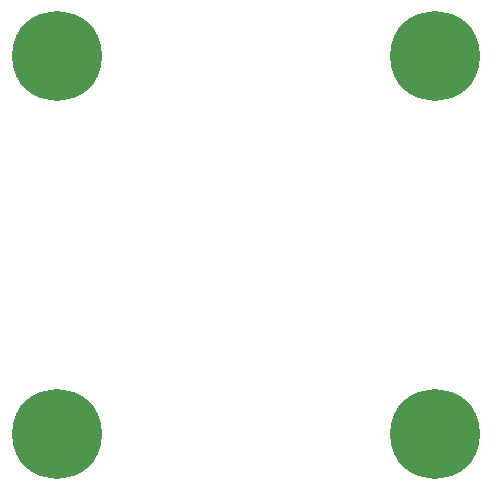
<source format=gbr>
G04 start of page 7 for group -4062 idx -4062 *
G04 Title: (unknown), soldermask *
G04 Creator: pcb 4.0.2 *
G04 CreationDate: Mon Aug 16 01:27:01 2021 UTC *
G04 For: ndholmes *
G04 Format: Gerber/RS-274X *
G04 PCB-Dimensions (mil): 1600.00 1600.00 *
G04 PCB-Coordinate-Origin: lower left *
%MOIN*%
%FSLAX25Y25*%
%LNBOTTOMMASK*%
%ADD29C,0.2997*%
G54D29*X143000Y143000D03*
X17000D03*
X143000Y17000D03*
X17000D03*
M02*

</source>
